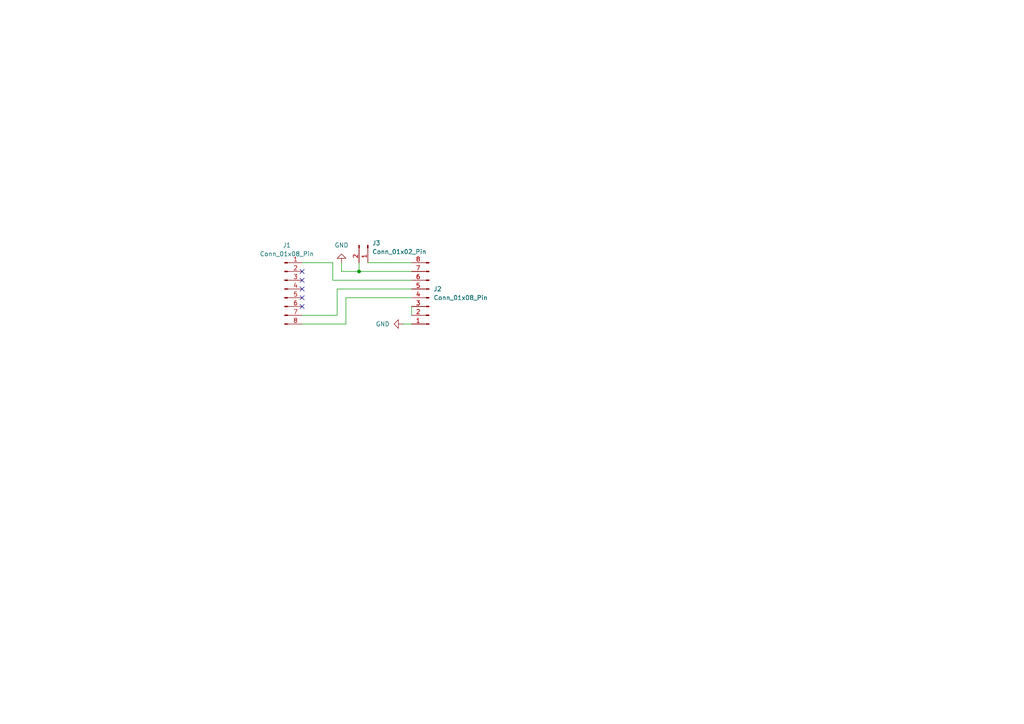
<source format=kicad_sch>
(kicad_sch (version 20231120) (generator "eeschema") (generator_version "8.0")
  (paper "A4")
  (lib_symbols
    (symbol "Connector:Conn_01x02_Pin" (pin_names (offset 1.016) hide)
      (property "Reference" "J" (at 0 2.54 0))
      (property "Value" "Conn_01x02_Pin" (at 0 -5.08 0))
      (symbol "Conn_01x02_Pin_1_1"
        (polyline (pts (xy 1.27 -2.54) (xy 0.8636 -2.54)) (stroke (width 0.1524)))
        (polyline (pts (xy 1.27 0) (xy 0.8636 0)) (stroke (width 0.1524)))
        (rectangle (start 0.8636 -2.413) (end 0 -2.667) (stroke (width 0.1524)) (fill (type outline)))
        (rectangle (start 0.8636 0.127) (end 0 -0.127) (stroke (width 0.1524)) (fill (type outline)))
        (pin passive line (at 5.08 0 180) (length 3.81) (name "Pin_1") (number "1"))
        (pin passive line (at 5.08 -2.54 180) (length 3.81) (name "Pin_2") (number "2"))
      )
    )
    (symbol "Connector:Conn_01x08_Pin" (pin_names (offset 1.016) hide)
      (property "Reference" "J" (at 0 10.16 0))
      (property "Value" "Conn_01x08_Pin" (at 0 -12.7 0))
      (symbol "Conn_01x08_Pin_1_1"
        (polyline (pts (xy 1.27 -10.16) (xy 0.8636 -10.16)) (stroke (width 0.1524)))
        (polyline (pts (xy 1.27 -7.62) (xy 0.8636 -7.62)) (stroke (width 0.1524)))
        (polyline (pts (xy 1.27 -5.08) (xy 0.8636 -5.08)) (stroke (width 0.1524)))
        (polyline (pts (xy 1.27 -2.54) (xy 0.8636 -2.54)) (stroke (width 0.1524)))
        (polyline (pts (xy 1.27 0) (xy 0.8636 0)) (stroke (width 0.1524)))
        (polyline (pts (xy 1.27 2.54) (xy 0.8636 2.54)) (stroke (width 0.1524)))
        (polyline (pts (xy 1.27 5.08) (xy 0.8636 5.08)) (stroke (width 0.1524)))
        (polyline (pts (xy 1.27 7.62) (xy 0.8636 7.62)) (stroke (width 0.1524)))
        (rectangle (start 0.8636 -10.033) (end 0 -10.287) (stroke (width 0.1524)) (fill (type outline)))
        (rectangle (start 0.8636 -7.493) (end 0 -7.747) (stroke (width 0.1524)) (fill (type outline)))
        (rectangle (start 0.8636 -4.953) (end 0 -5.207) (stroke (width 0.1524)) (fill (type outline)))
        (rectangle (start 0.8636 -2.413) (end 0 -2.667) (stroke (width 0.1524)) (fill (type outline)))
        (rectangle (start 0.8636 0.127) (end 0 -0.127) (stroke (width 0.1524)) (fill (type outline)))
        (rectangle (start 0.8636 2.667) (end 0 2.413) (stroke (width 0.1524)) (fill (type outline)))
        (rectangle (start 0.8636 5.207) (end 0 4.953) (stroke (width 0.1524)) (fill (type outline)))
        (rectangle (start 0.8636 7.747) (end 0 7.493) (stroke (width 0.1524)) (fill (type outline)))
        (pin passive line (at 5.08 7.62 180) (length 3.81) (name "Pin_1") (number "1"))
        (pin passive line (at 5.08 5.08 180) (length 3.81) (name "Pin_2") (number "2"))
        (pin passive line (at 5.08 2.54 180) (length 3.81) (name "Pin_3") (number "3"))
        (pin passive line (at 5.08 0 180) (length 3.81) (name "Pin_4") (number "4"))
        (pin passive line (at 5.08 -2.54 180) (length 3.81) (name "Pin_5") (number "5"))
        (pin passive line (at 5.08 -5.08 180) (length 3.81) (name "Pin_6") (number "6"))
        (pin passive line (at 5.08 -7.62 180) (length 3.81) (name "Pin_7") (number "7"))
        (pin passive line (at 5.08 -10.16 180) (length 3.81) (name "Pin_8") (number "8"))
      )
    )
    (symbol "power:GND" (power) (pin_numbers hide) (pin_names (offset 0) hide)
      (property "Value" "GND" (at 0 -3.81 0))
      (symbol "GND_0_1"
        (polyline (pts (xy 0 0) (xy 0 -1.27) (xy 1.27 -1.27) (xy 0 -2.54) (xy -1.27 -1.27) (xy 0 -1.27)))
      )
      (symbol "GND_1_1"
        (pin power_in line (at 0 0 270) (length 0) (name "~") (number "1"))
      )
    )
  )
  (junction (at 104.14 78.74))
  (no_connect (at 87.63 81.28))
  (no_connect (at 87.63 86.36))
  (no_connect (at 87.63 83.82))
  (no_connect (at 87.63 78.74))
  (no_connect (at 87.63 88.9))
  (wire (pts (xy 100.33 86.36) (xy 119.38 86.36)))
  (wire (pts (xy 119.38 88.9) (xy 119.38 91.44)))
  (wire (pts (xy 97.79 83.82) (xy 119.38 83.82)))
  (wire (pts (xy 96.52 76.2) (xy 87.63 76.2)))
  (wire (pts (xy 96.52 81.28) (xy 96.52 76.2)))
  (wire (pts (xy 104.14 76.2) (xy 104.14 78.74)))
  (wire (pts (xy 116.84 93.98) (xy 119.38 93.98)))
  (wire (pts (xy 87.63 93.98) (xy 100.33 93.98)))
  (wire (pts (xy 100.33 93.98) (xy 100.33 86.36)))
  (wire (pts (xy 87.63 91.44) (xy 97.79 91.44)))
  (wire (pts (xy 104.14 78.74) (xy 119.38 78.74)))
  (wire (pts (xy 106.68 76.2) (xy 119.38 76.2)))
  (wire (pts (xy 97.79 91.44) (xy 97.79 83.82)))
  (wire (pts (xy 119.38 81.28) (xy 96.52 81.28)))
  (wire (pts (xy 99.06 78.74) (xy 104.14 78.74)))
  (wire (pts (xy 99.06 76.2) (xy 99.06 78.74)))
  (symbol (lib_id "Connector:Conn_01x08_Pin") (at 124.46 86.36 180) (unit 1)
    (property "Reference" "J2" (at 125.73 83.8199 0) (effects (justify right)))
    (property "Value" "Conn_01x08_Pin" (at 125.73 86.3599 0) (effects (justify right)))
    (property "Footprint" "Connector_PinSocket_2.54mm:PinSocket_1x08_P2.54mm_Vertical" (effects (hide yes)))
    (property "Description" "Generic connector, single row, 01x08, script generated" (effects (hide yes)))
  )
  (symbol (lib_id "Connector:Conn_01x02_Pin") (at 106.68 71.12 270) (unit 1)
    (property "Reference" "J3" (at 107.95 70.4849 90) (effects (justify left)))
    (property "Value" "Conn_01x02_Pin" (at 107.95 73.0249 90) (effects (justify left)))
    (property "Footprint" "Connector_JST:JST_XH_S2B-XH-A-1_1x02_P2.50mm_Horizontal" (effects (hide yes)))
    (property "Description" "Generic connector, single row, 01x02, script generated" (effects (hide yes)))
  )
  (symbol (lib_id "power:GND") (at 99.06 76.2 180) (unit 1)
    (property "Reference" "#PWR02" (effects (hide yes)))
    (property "Value" "GND" (at 99.06 71.12 0))
    (property "Description" "Power symbol creates a global label with name \"GND\" , ground" (effects (hide yes)))
  )
  (symbol (lib_id "power:GND") (at 116.84 93.98 270) (unit 1)
    (property "Reference" "#PWR01" (effects (hide yes)))
    (property "Value" "GND" (at 113.03 93.9799 90) (effects (justify right)))
    (property "Description" "Power symbol creates a global label with name \"GND\" , ground" (effects (hide yes)))
  )
  (symbol (lib_id "Connector:Conn_01x08_Pin") (at 82.55 83.82 0) (unit 1)
    (property "Reference" "J1" (at 83.185 71.12 0))
    (property "Value" "Conn_01x08_Pin" (at 83.185 73.66 0))
    (property "Footprint" "Connector_PinSocket_2.54mm:PinSocket_1x08_P2.54mm_Vertical" (effects (hide yes)))
    (property "Description" "Generic connector, single row, 01x08, script generated" (effects (hide yes)))
  )
)
</source>
